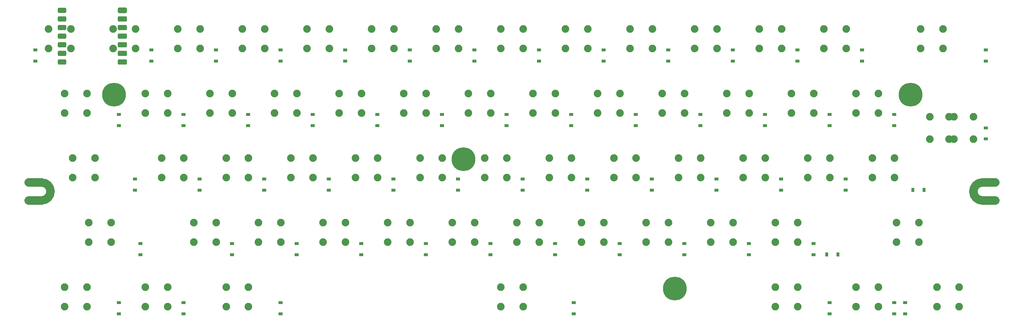
<source format=gbs>
G04 #@! TF.GenerationSoftware,KiCad,Pcbnew,(6.0.4)*
G04 #@! TF.CreationDate,2022-08-29T03:28:43+02:00*
G04 #@! TF.ProjectId,PLUTO60,504c5554-4f36-4302-9e6b-696361645f70,rev?*
G04 #@! TF.SameCoordinates,Original*
G04 #@! TF.FileFunction,Soldermask,Bot*
G04 #@! TF.FilePolarity,Negative*
%FSLAX46Y46*%
G04 Gerber Fmt 4.6, Leading zero omitted, Abs format (unit mm)*
G04 Created by KiCad (PCBNEW (6.0.4)) date 2022-08-29 03:28:43*
%MOMM*%
%LPD*%
G01*
G04 APERTURE LIST*
G04 Aperture macros list*
%AMRoundRect*
0 Rectangle with rounded corners*
0 $1 Rounding radius*
0 $2 $3 $4 $5 $6 $7 $8 $9 X,Y pos of 4 corners*
0 Add a 4 corners polygon primitive as box body*
4,1,4,$2,$3,$4,$5,$6,$7,$8,$9,$2,$3,0*
0 Add four circle primitives for the rounded corners*
1,1,$1+$1,$2,$3*
1,1,$1+$1,$4,$5*
1,1,$1+$1,$6,$7*
1,1,$1+$1,$8,$9*
0 Add four rect primitives between the rounded corners*
20,1,$1+$1,$2,$3,$4,$5,0*
20,1,$1+$1,$4,$5,$6,$7,0*
20,1,$1+$1,$6,$7,$8,$9,0*
20,1,$1+$1,$8,$9,$2,$3,0*%
G04 Aperture macros list end*
%ADD10C,2.501900*%
%ADD11C,2.250000*%
%ADD12C,7.000240*%
%ADD13C,7.001300*%
%ADD14R,1.200000X0.900000*%
%ADD15RoundRect,0.407250X0.956500X0.407250X-0.956500X0.407250X-0.956500X-0.407250X0.956500X-0.407250X0*%
%ADD16RoundRect,0.400000X0.963750X0.400000X-0.963750X0.400000X-0.963750X-0.400000X0.963750X-0.400000X0*%
%ADD17RoundRect,0.400000X0.853750X0.400000X-0.853750X0.400000X-0.853750X-0.400000X0.853750X-0.400000X0*%
%ADD18R,0.900000X1.200000*%
G04 APERTURE END LIST*
D10*
X294275000Y35774050D02*
X298125000Y35774050D01*
X13075000Y41075950D02*
X16875000Y41075950D01*
X294275000Y41075950D02*
X298075000Y41075950D01*
X13075000Y35774050D02*
X16875000Y35774050D01*
X291624050Y38425000D02*
G75*
G03*
X294275000Y35774050I2650950J0D01*
G01*
X294275000Y41075950D02*
G75*
G03*
X291624050Y38425000I0J-2650950D01*
G01*
X16875000Y35774050D02*
G75*
G03*
X19525950Y38425000I1J2650949D01*
G01*
X19525950Y38425000D02*
G75*
G03*
X16875000Y41075950I-2650949J1D01*
G01*
D11*
X247525000Y80645000D03*
X247525000Y86365000D03*
X254125000Y86365000D03*
X254125000Y80645000D03*
X142750000Y67315000D03*
X142750000Y61595000D03*
X149350000Y67315000D03*
X149350000Y61595000D03*
X26068750Y42545000D03*
X26068750Y48265000D03*
X32668750Y48265000D03*
X32668750Y42545000D03*
X23687500Y4445000D03*
X23687500Y10165000D03*
X30287500Y10165000D03*
X30287500Y4445000D03*
X152275000Y4445000D03*
X152275000Y10165000D03*
X158875000Y10165000D03*
X158875000Y4445000D03*
X30831250Y29215000D03*
X30831250Y23495000D03*
X37431250Y29215000D03*
X37431250Y23495000D03*
X284480000Y60450000D03*
X291623750Y60450000D03*
X278760000Y60450000D03*
X285903750Y60450000D03*
X285903750Y53850000D03*
X278760000Y53850000D03*
X284480000Y53850000D03*
X291623750Y53850000D03*
X95125000Y86365000D03*
X95125000Y80645000D03*
X101725000Y86365000D03*
X101725000Y80645000D03*
X123700000Y67315000D03*
X123700000Y61595000D03*
X130300000Y67315000D03*
X130300000Y61595000D03*
X90362500Y48265000D03*
X90362500Y42545000D03*
X96962500Y42545000D03*
X96962500Y48265000D03*
X268956250Y23495000D03*
X268956250Y29215000D03*
X275556250Y29215000D03*
X275556250Y23495000D03*
X166562500Y48265000D03*
X166562500Y42545000D03*
X173162500Y42545000D03*
X173162500Y48265000D03*
X233237500Y4445000D03*
X233237500Y10165000D03*
X239837500Y10165000D03*
X239837500Y4445000D03*
X218950000Y61595000D03*
X218950000Y67315000D03*
X225550000Y67315000D03*
X225550000Y61595000D03*
X280862500Y4445000D03*
X280862500Y10165000D03*
X287462500Y4445000D03*
X287462500Y10165000D03*
X147512500Y42545000D03*
X147512500Y48265000D03*
X154112500Y42545000D03*
X154112500Y48265000D03*
X52262500Y42545000D03*
X52262500Y48265000D03*
X58862500Y42545000D03*
X58862500Y48265000D03*
X99887500Y29215000D03*
X99887500Y23495000D03*
X106487500Y23495000D03*
X106487500Y29215000D03*
X114175000Y80645000D03*
X114175000Y86365000D03*
X120775000Y86365000D03*
X120775000Y80645000D03*
X104650000Y61595000D03*
X104650000Y67315000D03*
X111250000Y61595000D03*
X111250000Y67315000D03*
X137987500Y23495000D03*
X137987500Y29215000D03*
X144587500Y23495000D03*
X144587500Y29215000D03*
X161800000Y61595000D03*
X161800000Y67315000D03*
X168400000Y67315000D03*
X168400000Y61595000D03*
X257050000Y10165000D03*
X257050000Y4445000D03*
X263650000Y4445000D03*
X263650000Y10165000D03*
X228475000Y86365000D03*
X228475000Y80645000D03*
X235075000Y86365000D03*
X235075000Y80645000D03*
X133225000Y86365000D03*
X133225000Y80645000D03*
X139825000Y86365000D03*
X139825000Y80645000D03*
D12*
X273125000Y67025000D03*
X203575000Y9725000D03*
X141275000Y47925000D03*
D13*
X38275000Y67025000D03*
D11*
X171325000Y86365000D03*
X171325000Y80645000D03*
X177925000Y80645000D03*
X177925000Y86365000D03*
X276100000Y80645000D03*
X276100000Y86365000D03*
X282700000Y80645000D03*
X282700000Y86365000D03*
X118937500Y29215000D03*
X118937500Y23495000D03*
X125537500Y29215000D03*
X125537500Y23495000D03*
X233237500Y23495000D03*
X233237500Y29215000D03*
X239837500Y23495000D03*
X239837500Y29215000D03*
X71312500Y4445000D03*
X71312500Y10165000D03*
X77912500Y10165000D03*
X77912500Y4445000D03*
X199900000Y61595000D03*
X199900000Y67315000D03*
X206500000Y61595000D03*
X206500000Y67315000D03*
X18925000Y86365000D03*
X18925000Y80645000D03*
X25525000Y86365000D03*
X25525000Y80645000D03*
X80837500Y23495000D03*
X80837500Y29215000D03*
X87437500Y29215000D03*
X87437500Y23495000D03*
X47500000Y67315000D03*
X47500000Y61595000D03*
X54100000Y67315000D03*
X54100000Y61595000D03*
X214187500Y29215000D03*
X214187500Y23495000D03*
X220787500Y23495000D03*
X220787500Y29215000D03*
X223712500Y42545000D03*
X223712500Y48265000D03*
X230312500Y48265000D03*
X230312500Y42545000D03*
X204662500Y48265000D03*
X204662500Y42545000D03*
X211262500Y48265000D03*
X211262500Y42545000D03*
X85600000Y67315000D03*
X85600000Y61595000D03*
X92200000Y67315000D03*
X92200000Y61595000D03*
X23687500Y67315000D03*
X23687500Y61595000D03*
X30287500Y67315000D03*
X30287500Y61595000D03*
X157037500Y29215000D03*
X157037500Y23495000D03*
X163637500Y29215000D03*
X163637500Y23495000D03*
X190375000Y80645000D03*
X190375000Y86365000D03*
X196975000Y80645000D03*
X196975000Y86365000D03*
X261812500Y48265000D03*
X261812500Y42545000D03*
X268412500Y42545000D03*
X268412500Y48265000D03*
X47500000Y10165000D03*
X47500000Y4445000D03*
X54100000Y10165000D03*
X54100000Y4445000D03*
X66550000Y61595000D03*
X66550000Y67315000D03*
X73150000Y67315000D03*
X73150000Y61595000D03*
X109412500Y48265000D03*
X109412500Y42545000D03*
X116012500Y48265000D03*
X116012500Y42545000D03*
X71312500Y42545000D03*
X71312500Y48265000D03*
X77912500Y42545000D03*
X77912500Y48265000D03*
X37975000Y80645000D03*
X37975000Y86365000D03*
X44575000Y80645000D03*
X44575000Y86365000D03*
X238000000Y67315000D03*
X238000000Y61595000D03*
X244600000Y61595000D03*
X244600000Y67315000D03*
X128462500Y48265000D03*
X128462500Y42545000D03*
X135062500Y42545000D03*
X135062500Y48265000D03*
X176087500Y29215000D03*
X176087500Y23495000D03*
X182687500Y29215000D03*
X182687500Y23495000D03*
X76075000Y86365000D03*
X76075000Y80645000D03*
X82675000Y86365000D03*
X82675000Y80645000D03*
X152275000Y80645000D03*
X152275000Y86365000D03*
X158875000Y80645000D03*
X158875000Y86365000D03*
X257050000Y67315000D03*
X257050000Y61595000D03*
X263650000Y67315000D03*
X263650000Y61595000D03*
X57025000Y86365000D03*
X57025000Y80645000D03*
X63625000Y86365000D03*
X63625000Y80645000D03*
X242762500Y48265000D03*
X242762500Y42545000D03*
X249362500Y42545000D03*
X249362500Y48265000D03*
X180850000Y67315000D03*
X180850000Y61595000D03*
X187450000Y61595000D03*
X187450000Y67315000D03*
X195137500Y23495000D03*
X195137500Y29215000D03*
X201737500Y23495000D03*
X201737500Y29215000D03*
X61787500Y29215000D03*
X61787500Y23495000D03*
X68387500Y29215000D03*
X68387500Y23495000D03*
X209425000Y86365000D03*
X209425000Y80645000D03*
X216025000Y86365000D03*
X216025000Y80645000D03*
X185612500Y48265000D03*
X185612500Y42545000D03*
X192212500Y48265000D03*
X192212500Y42545000D03*
D14*
X106362500Y80231250D03*
X106362500Y76931250D03*
X239712500Y76931250D03*
X239712500Y80231250D03*
X173831250Y2318750D03*
X173831250Y5618750D03*
X158750000Y42131250D03*
X158750000Y38831250D03*
X125412500Y76931250D03*
X125412500Y80231250D03*
X120650000Y42131250D03*
X120650000Y38831250D03*
X196850000Y42131250D03*
X196850000Y38831250D03*
X268287500Y61181250D03*
X268287500Y57881250D03*
X39687500Y5618750D03*
X39687500Y2318750D03*
X63500000Y38831250D03*
X63500000Y42131250D03*
X39687500Y61181250D03*
X39687500Y57881250D03*
X173037500Y57881250D03*
X173037500Y61181250D03*
X230187500Y61181250D03*
X230187500Y57881250D03*
X149225000Y19781250D03*
X149225000Y23081250D03*
X115887500Y61181250D03*
X115887500Y57881250D03*
X254000000Y38831250D03*
X254000000Y42131250D03*
X111125000Y19781250D03*
X111125000Y23081250D03*
X139700000Y38831250D03*
X139700000Y42131250D03*
X87312500Y76931250D03*
X87312500Y80231250D03*
X187325000Y19781250D03*
X187325000Y23081250D03*
X144462500Y80231250D03*
X144462500Y76931250D03*
X192087500Y61181250D03*
X192087500Y57881250D03*
X268287500Y2318750D03*
X268287500Y5618750D03*
X244475000Y23081250D03*
X244475000Y19781250D03*
X271462500Y5618750D03*
X271462500Y2318750D03*
X249237500Y5618750D03*
X249237500Y2318750D03*
X15081250Y80168750D03*
X15081250Y76868750D03*
X295275000Y57212500D03*
X295275000Y53912500D03*
X182562500Y80231250D03*
X182562500Y76931250D03*
X220662500Y80231250D03*
X220662500Y76931250D03*
X134937500Y57881250D03*
X134937500Y61181250D03*
X58737500Y2318750D03*
X58737500Y5618750D03*
D15*
X40685000Y91894250D03*
D16*
X40685000Y89354250D03*
X40685000Y86814250D03*
X40685000Y84274250D03*
X40685000Y81734250D03*
X40685000Y79194250D03*
X40685000Y76654250D03*
D17*
X22905000Y76654250D03*
X22905000Y79194250D03*
X22905000Y81734250D03*
X22905000Y84274250D03*
X22905000Y86814250D03*
X22905000Y89354250D03*
X22905000Y91894250D03*
D14*
X234950000Y42131250D03*
X234950000Y38831250D03*
X49212500Y76931250D03*
X49212500Y80231250D03*
X177800000Y38831250D03*
X177800000Y42131250D03*
X96837500Y57881250D03*
X96837500Y61181250D03*
X77787500Y61181250D03*
X77787500Y57881250D03*
X206375000Y23081250D03*
X206375000Y19781250D03*
X295275000Y80231250D03*
X295275000Y76931250D03*
X73025000Y19781250D03*
X73025000Y23081250D03*
X211137500Y57881250D03*
X211137500Y61181250D03*
X44450000Y42131250D03*
X44450000Y38831250D03*
X130175000Y23081250D03*
X130175000Y19781250D03*
X82550000Y42131250D03*
X82550000Y38831250D03*
X225425000Y19781250D03*
X225425000Y23081250D03*
X163512500Y76931250D03*
X163512500Y80231250D03*
D18*
X277081250Y38893750D03*
X273781250Y38893750D03*
D14*
X92075000Y23081250D03*
X92075000Y19781250D03*
X201612500Y76931250D03*
X201612500Y80231250D03*
X249237500Y57881250D03*
X249237500Y61181250D03*
X101600000Y38831250D03*
X101600000Y42131250D03*
X168275000Y23081250D03*
X168275000Y19781250D03*
X258762500Y76931250D03*
X258762500Y80231250D03*
X58737500Y57881250D03*
X58737500Y61181250D03*
X46037500Y23081250D03*
X46037500Y19781250D03*
X87312500Y5618750D03*
X87312500Y2318750D03*
X153987500Y61181250D03*
X153987500Y57881250D03*
X215900000Y38831250D03*
X215900000Y42131250D03*
D18*
X248381250Y19843750D03*
X251681250Y19843750D03*
D14*
X68262500Y80231250D03*
X68262500Y76931250D03*
M02*

</source>
